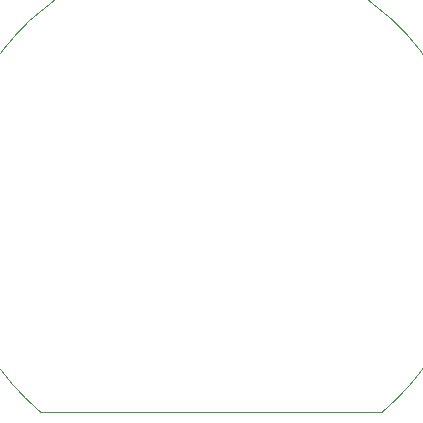
<source format=gbr>
G04 #@! TF.GenerationSoftware,KiCad,Pcbnew,(5.1.4)-1*
G04 #@! TF.CreationDate,2019-11-11T10:19:35+09:00*
G04 #@! TF.ProjectId,sig_sensor,7369675f-7365-46e7-936f-722e6b696361,rev?*
G04 #@! TF.SameCoordinates,Original*
G04 #@! TF.FileFunction,Profile,NP*
%FSLAX46Y46*%
G04 Gerber Fmt 4.6, Leading zero omitted, Abs format (unit mm)*
G04 Created by KiCad (PCBNEW (5.1.4)-1) date 2019-11-11 10:19:35*
%MOMM*%
%LPD*%
G04 APERTURE LIST*
%ADD10C,0.120000*%
G04 APERTURE END LIST*
D10*
X168020735Y-100010863D02*
X139090000Y-100020000D01*
X168019435Y-100011971D02*
G75*
G03X139090000Y-100020000I-14469435J16991971D01*
G01*
M02*

</source>
